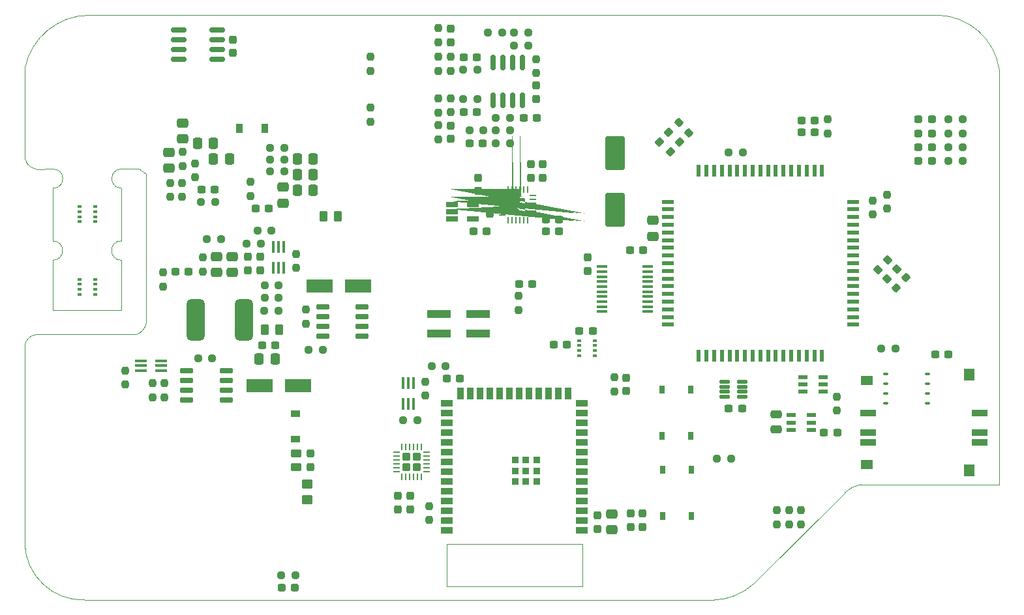
<source format=gbr>
%TF.GenerationSoftware,KiCad,Pcbnew,(6.0.9)*%
%TF.CreationDate,2022-11-23T17:03:00+02:00*%
%TF.ProjectId,Bird_detector_V1,42697264-5f64-4657-9465-63746f725f56,rev?*%
%TF.SameCoordinates,Original*%
%TF.FileFunction,Paste,Top*%
%TF.FilePolarity,Positive*%
%FSLAX46Y46*%
G04 Gerber Fmt 4.6, Leading zero omitted, Abs format (unit mm)*
G04 Created by KiCad (PCBNEW (6.0.9)) date 2022-11-23 17:03:00*
%MOMM*%
%LPD*%
G01*
G04 APERTURE LIST*
G04 Aperture macros list*
%AMRoundRect*
0 Rectangle with rounded corners*
0 $1 Rounding radius*
0 $2 $3 $4 $5 $6 $7 $8 $9 X,Y pos of 4 corners*
0 Add a 4 corners polygon primitive as box body*
4,1,4,$2,$3,$4,$5,$6,$7,$8,$9,$2,$3,0*
0 Add four circle primitives for the rounded corners*
1,1,$1+$1,$2,$3*
1,1,$1+$1,$4,$5*
1,1,$1+$1,$6,$7*
1,1,$1+$1,$8,$9*
0 Add four rect primitives between the rounded corners*
20,1,$1+$1,$2,$3,$4,$5,0*
20,1,$1+$1,$4,$5,$6,$7,0*
20,1,$1+$1,$6,$7,$8,$9,0*
20,1,$1+$1,$8,$9,$2,$3,0*%
%AMFreePoly0*
4,1,57,0.194009,0.449029,0.214144,0.449029,0.231583,0.438961,0.251037,0.433748,0.265277,0.419508,0.282717,0.409439,0.409439,0.282717,0.419508,0.265277,0.433748,0.251037,0.438960,0.231585,0.449030,0.214144,0.449030,0.194005,0.454242,0.174554,0.454242,-0.174554,0.449030,-0.194005,0.449030,-0.214144,0.438960,-0.231585,0.433748,-0.251037,0.419508,-0.265277,0.409439,-0.282717,
0.282717,-0.409439,0.265277,-0.419508,0.251037,-0.433748,0.231583,-0.438961,0.214144,-0.449029,0.194009,-0.449029,0.174554,-0.454242,-0.174554,-0.454242,-0.194005,-0.449030,-0.214144,-0.449030,-0.231585,-0.438960,-0.251037,-0.433748,-0.265277,-0.419508,-0.282717,-0.409439,-0.409439,-0.282717,-0.419508,-0.265277,-0.433748,-0.251037,-0.438961,-0.231583,-0.449029,-0.214144,-0.449029,-0.194009,
-0.454242,-0.174554,-0.454242,0.174554,-0.449029,0.194009,-0.449029,0.214144,-0.438961,0.231583,-0.433748,0.251037,-0.419508,0.265277,-0.409439,0.282717,-0.282717,0.409439,-0.265277,0.419508,-0.251037,0.433748,-0.231585,0.438960,-0.214144,0.449030,-0.194005,0.449030,-0.174554,0.454242,0.174554,0.454242,0.194009,0.449029,0.194009,0.449029,$1*%
G04 Aperture macros list end*
%TA.AperFunction,Profile*%
%ADD10C,0.100000*%
%TD*%
%TA.AperFunction,Profile*%
%ADD11C,0.120000*%
%TD*%
%ADD12RoundRect,0.237500X-0.237500X0.250000X-0.237500X-0.250000X0.237500X-0.250000X0.237500X0.250000X0*%
%ADD13RoundRect,0.150000X-0.725000X-0.150000X0.725000X-0.150000X0.725000X0.150000X-0.725000X0.150000X0*%
%ADD14RoundRect,0.250000X-0.275000X0.275000X-0.275000X-0.275000X0.275000X-0.275000X0.275000X0.275000X0*%
%ADD15RoundRect,0.062500X-0.062500X0.350000X-0.062500X-0.350000X0.062500X-0.350000X0.062500X0.350000X0*%
%ADD16RoundRect,0.062500X-0.350000X0.062500X-0.350000X-0.062500X0.350000X-0.062500X0.350000X0.062500X0*%
%ADD17RoundRect,0.150000X0.825000X0.150000X-0.825000X0.150000X-0.825000X-0.150000X0.825000X-0.150000X0*%
%ADD18RoundRect,0.237500X0.237500X-0.250000X0.237500X0.250000X-0.237500X0.250000X-0.237500X-0.250000X0*%
%ADD19RoundRect,0.237500X-0.300000X-0.237500X0.300000X-0.237500X0.300000X0.237500X-0.300000X0.237500X0*%
%ADD20RoundRect,0.237500X0.250000X0.237500X-0.250000X0.237500X-0.250000X-0.237500X0.250000X-0.237500X0*%
%ADD21RoundRect,0.237500X-0.237500X0.300000X-0.237500X-0.300000X0.237500X-0.300000X0.237500X0.300000X0*%
%ADD22RoundRect,0.237500X0.300000X0.237500X-0.300000X0.237500X-0.300000X-0.237500X0.300000X-0.237500X0*%
%ADD23R,1.500000X0.400000*%
%ADD24RoundRect,0.250000X0.450000X-0.262500X0.450000X0.262500X-0.450000X0.262500X-0.450000X-0.262500X0*%
%ADD25RoundRect,0.250000X1.000000X-1.950000X1.000000X1.950000X-1.000000X1.950000X-1.000000X-1.950000X0*%
%ADD26R,0.700000X1.000000*%
%ADD27RoundRect,0.250000X-0.337500X-0.475000X0.337500X-0.475000X0.337500X0.475000X-0.337500X0.475000X0*%
%ADD28R,1.600000X0.600000*%
%ADD29R,0.600000X1.600000*%
%ADD30RoundRect,0.237500X0.287500X0.237500X-0.287500X0.237500X-0.287500X-0.237500X0.287500X-0.237500X0*%
%ADD31R,0.400000X1.500000*%
%ADD32RoundRect,0.150000X-0.150000X0.825000X-0.150000X-0.825000X0.150000X-0.825000X0.150000X0.825000X0*%
%ADD33R,0.500000X0.350000*%
%ADD34RoundRect,0.250000X-0.475000X0.337500X-0.475000X-0.337500X0.475000X-0.337500X0.475000X0.337500X0*%
%ADD35RoundRect,0.237500X-0.250000X-0.237500X0.250000X-0.237500X0.250000X0.237500X-0.250000X0.237500X0*%
%ADD36RoundRect,0.250000X0.475000X-0.250000X0.475000X0.250000X-0.475000X0.250000X-0.475000X-0.250000X0*%
%ADD37R,0.900000X1.200000*%
%ADD38R,3.150000X1.000000*%
%ADD39RoundRect,0.125000X0.537500X0.125000X-0.537500X0.125000X-0.537500X-0.125000X0.537500X-0.125000X0*%
%ADD40RoundRect,0.250000X0.475000X-0.337500X0.475000X0.337500X-0.475000X0.337500X-0.475000X-0.337500X0*%
%ADD41RoundRect,0.237500X0.237500X-0.300000X0.237500X0.300000X-0.237500X0.300000X-0.237500X-0.300000X0*%
%ADD42RoundRect,0.237500X-0.237500X0.287500X-0.237500X-0.287500X0.237500X-0.287500X0.237500X0.287500X0*%
%ADD43R,1.560000X0.650000*%
%ADD44RoundRect,0.237500X0.237500X-0.287500X0.237500X0.287500X-0.237500X0.287500X-0.237500X-0.287500X0*%
%ADD45R,1.150000X0.600000*%
%ADD46RoundRect,0.100000X0.200000X0.100000X-0.200000X0.100000X-0.200000X-0.100000X0.200000X-0.100000X0*%
%ADD47RoundRect,0.250000X0.262500X0.450000X-0.262500X0.450000X-0.262500X-0.450000X0.262500X-0.450000X0*%
%ADD48R,1.500000X0.900000*%
%ADD49R,0.900000X1.500000*%
%ADD50R,0.900000X0.900000*%
%ADD51RoundRect,0.237500X0.380070X-0.044194X-0.044194X0.380070X-0.380070X0.044194X0.044194X-0.380070X0*%
%ADD52RoundRect,0.237500X0.344715X-0.008839X-0.008839X0.344715X-0.344715X0.008839X0.008839X-0.344715X0*%
%ADD53RoundRect,0.237500X0.044194X0.380070X-0.380070X-0.044194X-0.044194X-0.380070X0.380070X0.044194X0*%
%ADD54RoundRect,0.250000X0.337500X0.475000X-0.337500X0.475000X-0.337500X-0.475000X0.337500X-0.475000X0*%
%ADD55RoundRect,0.250000X-0.262500X-0.450000X0.262500X-0.450000X0.262500X0.450000X-0.262500X0.450000X0*%
%ADD56R,3.500000X1.800000*%
%ADD57RoundRect,0.600000X-0.600000X-2.100000X0.600000X-2.100000X0.600000X2.100000X-0.600000X2.100000X0*%
%ADD58R,1.475000X0.450000*%
%ADD59R,1.200000X0.900000*%
%ADD60RoundRect,0.237500X-0.008839X-0.344715X0.344715X0.008839X0.008839X0.344715X-0.344715X-0.008839X0*%
%ADD61RoundRect,0.150000X0.725000X0.150000X-0.725000X0.150000X-0.725000X-0.150000X0.725000X-0.150000X0*%
%ADD62FreePoly0,90.000000*%
%ADD63RoundRect,0.062500X0.062500X-0.325000X0.062500X0.325000X-0.062500X0.325000X-0.062500X-0.325000X0*%
%ADD64RoundRect,0.062500X0.325000X-0.062500X0.325000X0.062500X-0.325000X0.062500X-0.325000X-0.062500X0*%
%ADD65RoundRect,0.250000X-0.450000X0.350000X-0.450000X-0.350000X0.450000X-0.350000X0.450000X0.350000X0*%
%ADD66R,2.000000X0.900000*%
%ADD67R,1.500000X1.200000*%
%ADD68R,1.400000X1.500000*%
G04 APERTURE END LIST*
D10*
X186000000Y-136000000D02*
X198000000Y-124000000D01*
X91500000Y-69000000D02*
X91500000Y-80000000D01*
X95151800Y-91338400D02*
X95177200Y-84491200D01*
X146253200Y-130683000D02*
X163855400Y-130683000D01*
X163855400Y-130683000D02*
X163855400Y-136220200D01*
X163855400Y-136220200D02*
X146253200Y-136220200D01*
X146253200Y-136220200D02*
X146253200Y-130683000D01*
X107289600Y-82600800D02*
X107289600Y-102000000D01*
X104021800Y-91333000D02*
X104047200Y-84485800D01*
X91500000Y-80000000D02*
G75*
G03*
X93000000Y-82000000I1750000J-250000D01*
G01*
X100000000Y-61999995D02*
G75*
G03*
X91500000Y-69000000I-78860J-8564955D01*
G01*
X95168400Y-100333800D02*
X104038400Y-100333800D01*
X91500000Y-130750000D02*
G75*
G03*
X99250000Y-138000000I7563800J318200D01*
G01*
X95151800Y-93838400D02*
X95168400Y-100333800D01*
X200000005Y-123000022D02*
G75*
G03*
X198000000Y-124000000I865995J-4232078D01*
G01*
X218000000Y-123000000D02*
X218000000Y-69000000D01*
X93000000Y-103500000D02*
X106000000Y-103500000D01*
X106324400Y-81985800D02*
X107289600Y-82600800D01*
X181000000Y-138000013D02*
G75*
G03*
X186000000Y-136000000I-247500J7868713D01*
G01*
X104047200Y-81985800D02*
X106324400Y-81985800D01*
X99250000Y-138000000D02*
X181000000Y-138000000D01*
X104021800Y-93833000D02*
X104038400Y-100333800D01*
X91500000Y-130750000D02*
X91500000Y-105000000D01*
X105999998Y-103499995D02*
G75*
G03*
X107289600Y-102000000I-654198J1866795D01*
G01*
X93000000Y-82000000D02*
X95177200Y-81991200D01*
X218000000Y-123000000D02*
X200000000Y-123000000D01*
X218000023Y-68999996D02*
G75*
G03*
X210000000Y-62000000I-8171123J-1267004D01*
G01*
X210000000Y-62000000D02*
X100000000Y-62000000D01*
X93000000Y-103500000D02*
G75*
G03*
X91500000Y-105000000I143800J-1643800D01*
G01*
D11*
%TO.C,FID11*%
X95151800Y-93838400D02*
G75*
G03*
X95151800Y-91338400I0J1250000D01*
G01*
X104021800Y-91333000D02*
G75*
G03*
X104021800Y-93833000I0J-1250000D01*
G01*
%TO.C,FID12*%
X104047200Y-81985800D02*
G75*
G03*
X104047200Y-84485800I0J-1250000D01*
G01*
X95177200Y-84491200D02*
G75*
G03*
X95177200Y-81991200I0J1250000D01*
G01*
%TD*%
D12*
%TO.C,R115*%
X189153800Y-126339600D03*
X189153800Y-128164600D03*
%TD*%
%TO.C,R112*%
X190703200Y-128164600D03*
X190703200Y-126339600D03*
%TD*%
%TO.C,R111*%
X192227200Y-126339600D03*
X192227200Y-128164600D03*
%TD*%
D13*
%TO.C,Q11*%
X130165400Y-99921700D03*
X130165400Y-101191700D03*
X130165400Y-102461700D03*
X130165400Y-103731700D03*
X135315400Y-103731700D03*
X135315400Y-102461700D03*
X135315400Y-101191700D03*
X135315400Y-99921700D03*
%TD*%
D14*
%TO.C,U2*%
X141056600Y-119415800D03*
X142356600Y-119415800D03*
X141056600Y-120715800D03*
X142356600Y-120715800D03*
D15*
X142956600Y-118128300D03*
X142456600Y-118128300D03*
X141956600Y-118128300D03*
X141456600Y-118128300D03*
X140956600Y-118128300D03*
X140456600Y-118128300D03*
D16*
X139769100Y-118815800D03*
X139769100Y-119315800D03*
X139769100Y-119815800D03*
X139769100Y-120315800D03*
X139769100Y-120815800D03*
X139769100Y-121315800D03*
D15*
X140456600Y-122003300D03*
X140956600Y-122003300D03*
X141456600Y-122003300D03*
X141956600Y-122003300D03*
X142456600Y-122003300D03*
X142956600Y-122003300D03*
D16*
X143644100Y-121315800D03*
X143644100Y-120815800D03*
X143644100Y-120315800D03*
X143644100Y-119815800D03*
X143644100Y-119315800D03*
X143644100Y-118815800D03*
%TD*%
D17*
%TO.C,U4*%
X116447996Y-67741800D03*
X116447996Y-66471800D03*
X116447996Y-65201800D03*
X116447996Y-63931800D03*
X111497996Y-63931800D03*
X111497996Y-65201800D03*
X111497996Y-66471800D03*
X111497996Y-67741800D03*
%TD*%
D18*
%TO.C,R51*%
X145161000Y-69215000D03*
X145161000Y-67390000D03*
%TD*%
D19*
%TO.C,C43*%
X209703500Y-106045000D03*
X211428500Y-106045000D03*
%TD*%
D20*
%TO.C,R5*%
X213256500Y-77343000D03*
X211431500Y-77343000D03*
%TD*%
D21*
%TO.C,C32*%
X171704000Y-126772500D03*
X171704000Y-128497500D03*
%TD*%
D18*
%TO.C,R34*%
X143510000Y-111427900D03*
X143510000Y-109602900D03*
%TD*%
D12*
%TO.C,R44*%
X146812000Y-72771000D03*
X146812000Y-74596000D03*
%TD*%
D22*
%TO.C,C1*%
X196975900Y-116281200D03*
X195250900Y-116281200D03*
%TD*%
D23*
%TO.C,Q12*%
X106560000Y-106904000D03*
X106560000Y-107554000D03*
X106560000Y-108204000D03*
X109220000Y-108204000D03*
X109220000Y-107554000D03*
X109220000Y-106904000D03*
%TD*%
D24*
%TO.C,R78*%
X126720600Y-120775100D03*
X126720600Y-118950100D03*
%TD*%
D12*
%TO.C,R13*%
X201549000Y-86082500D03*
X201549000Y-87907500D03*
%TD*%
D25*
%TO.C,C2*%
X168148000Y-87291400D03*
X168148000Y-79891400D03*
%TD*%
D26*
%TO.C,SW2*%
X174324400Y-121053600D03*
X174324400Y-127053600D03*
X178024400Y-127053600D03*
X178024400Y-121053600D03*
%TD*%
D20*
%TO.C,R60*%
X204493500Y-105333800D03*
X202668500Y-105333800D03*
%TD*%
D22*
%TO.C,C50*%
X124052500Y-104902000D03*
X122327500Y-104902000D03*
%TD*%
D27*
%TO.C,C63*%
X113897500Y-78663800D03*
X115972500Y-78663800D03*
%TD*%
D20*
%TO.C,R103*%
X154479000Y-76962000D03*
X152654000Y-76962000D03*
%TD*%
D28*
%TO.C,U1*%
X174994800Y-86234000D03*
X174994800Y-87234000D03*
X174994800Y-88234000D03*
X174994800Y-89234000D03*
X174994800Y-90234000D03*
X174994800Y-91234000D03*
X174994800Y-92234000D03*
X174994800Y-93234000D03*
X174994800Y-94234000D03*
X174994800Y-95234000D03*
X174994800Y-96234000D03*
X174994800Y-97234000D03*
X174994800Y-98234000D03*
X174994800Y-99234000D03*
X174994800Y-100234000D03*
X174994800Y-101234000D03*
X174994800Y-102234000D03*
D29*
X178994800Y-106234000D03*
X179994800Y-106234000D03*
X180994800Y-106234000D03*
X181994800Y-106234000D03*
X182994800Y-106234000D03*
X183994800Y-106234000D03*
X184994800Y-106234000D03*
X185994800Y-106234000D03*
X186994800Y-106234000D03*
X187994800Y-106234000D03*
X188994800Y-106234000D03*
X189994800Y-106234000D03*
X190994800Y-106234000D03*
X191994800Y-106234000D03*
X192994800Y-106234000D03*
X193994800Y-106234000D03*
X194994800Y-106234000D03*
D28*
X198994800Y-102234000D03*
X198994800Y-101234000D03*
X198994800Y-100234000D03*
X198994800Y-99234000D03*
X198994800Y-98234000D03*
X198994800Y-97234000D03*
X198994800Y-96234000D03*
X198994800Y-95234000D03*
X198994800Y-94234000D03*
X198994800Y-93234000D03*
X198994800Y-92234000D03*
X198994800Y-91234000D03*
X198994800Y-90234000D03*
X198994800Y-89234000D03*
X198994800Y-88234000D03*
X198994800Y-87234000D03*
X198994800Y-86234000D03*
D29*
X194994800Y-82234000D03*
X193994800Y-82234000D03*
X192994800Y-82234000D03*
X191994800Y-82234000D03*
X190994800Y-82234000D03*
X189994800Y-82234000D03*
X188994800Y-82234000D03*
X187994800Y-82234000D03*
X186994800Y-82234000D03*
X185994800Y-82234000D03*
X184994800Y-82234000D03*
X183994800Y-82234000D03*
X182994800Y-82234000D03*
X181994800Y-82234000D03*
X180994800Y-82234000D03*
X179994800Y-82234000D03*
X178994800Y-82234000D03*
%TD*%
D30*
%TO.C,D3*%
X209282000Y-79171800D03*
X207532000Y-79171800D03*
%TD*%
D12*
%TO.C,R106*%
X109601000Y-109831500D03*
X109601000Y-111656500D03*
%TD*%
D31*
%TO.C,Q10*%
X123783500Y-94802000D03*
X124433500Y-94802000D03*
X125083500Y-94802000D03*
X125083500Y-92142000D03*
X124433500Y-92142000D03*
X123783500Y-92142000D03*
%TD*%
D32*
%TO.C,U7*%
X156083000Y-68137000D03*
X154813000Y-68137000D03*
X153543000Y-68137000D03*
X152273000Y-68137000D03*
X152273000Y-73087000D03*
X153543000Y-73087000D03*
X154813000Y-73087000D03*
X156083000Y-73087000D03*
%TD*%
D33*
%TO.C,U20*%
X100648200Y-96327000D03*
X100648200Y-96977000D03*
X100648200Y-97627000D03*
X100648200Y-98277000D03*
X98598200Y-98277000D03*
X98598200Y-97627000D03*
X98598200Y-96977000D03*
X98598200Y-96327000D03*
%TD*%
D34*
%TO.C,C46*%
X118413700Y-93348900D03*
X118413700Y-95423900D03*
%TD*%
D12*
%TO.C,R47*%
X145161000Y-76280000D03*
X145161000Y-78105000D03*
%TD*%
D20*
%TO.C,R43*%
X150264500Y-72898000D03*
X148439500Y-72898000D03*
%TD*%
D18*
%TO.C,R82*%
X114604800Y-95298900D03*
X114604800Y-93473900D03*
%TD*%
D34*
%TO.C,C20*%
X167690800Y-126800700D03*
X167690800Y-128875700D03*
%TD*%
D35*
%TO.C,R40*%
X140641700Y-114604800D03*
X142466700Y-114604800D03*
%TD*%
D12*
%TO.C,R84*%
X128016000Y-100255700D03*
X128016000Y-102080700D03*
%TD*%
D36*
%TO.C,C9*%
X189026800Y-115808800D03*
X189026800Y-113908800D03*
%TD*%
D12*
%TO.C,R104*%
X104521000Y-108180500D03*
X104521000Y-110005500D03*
%TD*%
%TO.C,R90*%
X112014000Y-79759800D03*
X112014000Y-81584800D03*
%TD*%
D37*
%TO.C,D6*%
X119330200Y-76682600D03*
X122630200Y-76682600D03*
%TD*%
D38*
%TO.C,J18*%
X150353000Y-103378000D03*
X145303000Y-103378000D03*
X150353000Y-100838000D03*
X145303000Y-100838000D03*
%TD*%
D39*
%TO.C,U13*%
X184652500Y-111592000D03*
X184652500Y-110942000D03*
X184652500Y-110292000D03*
X184652500Y-109642000D03*
X182377500Y-109642000D03*
X182377500Y-110292000D03*
X182377500Y-110942000D03*
X182377500Y-111592000D03*
%TD*%
D18*
%TO.C,R57*%
X145161000Y-65532000D03*
X145161000Y-63707000D03*
%TD*%
D21*
%TO.C,C22*%
X118491000Y-65177500D03*
X118491000Y-66902500D03*
%TD*%
D22*
%TO.C,C11*%
X171779100Y-92506800D03*
X170054100Y-92506800D03*
%TD*%
%TO.C,C70*%
X160883600Y-88596300D03*
X159158600Y-88596300D03*
%TD*%
%TO.C,C45*%
X112774900Y-95326200D03*
X111049900Y-95326200D03*
%TD*%
D20*
%TO.C,R71*%
X122120200Y-91694000D03*
X120295200Y-91694000D03*
%TD*%
D12*
%TO.C,R89*%
X113614200Y-81256500D03*
X113614200Y-83081500D03*
%TD*%
D40*
%TO.C,C65*%
X111988600Y-78075700D03*
X111988600Y-76000700D03*
%TD*%
D12*
%TO.C,R56*%
X136398000Y-67413500D03*
X136398000Y-69238500D03*
%TD*%
D35*
%TO.C,R48*%
X155043500Y-65913000D03*
X156868500Y-65913000D03*
%TD*%
D40*
%TO.C,C47*%
X116382800Y-95423900D03*
X116382800Y-93348900D03*
%TD*%
D41*
%TO.C,C72*%
X157200600Y-83108800D03*
X157200600Y-81383800D03*
%TD*%
D35*
%TO.C,R64*%
X124792100Y-134772400D03*
X126617100Y-134772400D03*
%TD*%
D30*
%TO.C,D14*%
X126579600Y-136423400D03*
X124829600Y-136423400D03*
%TD*%
D42*
%TO.C,D19*%
X169570400Y-109107000D03*
X169570400Y-110857000D03*
%TD*%
D20*
%TO.C,R17*%
X213256500Y-80924400D03*
X211431500Y-80924400D03*
%TD*%
D35*
%TO.C,R59*%
X149225000Y-76962000D03*
X151050000Y-76962000D03*
%TD*%
D20*
%TO.C,R52*%
X150264500Y-69088000D03*
X148439500Y-69088000D03*
%TD*%
D33*
%TO.C,U5*%
X165515400Y-104266800D03*
X165515400Y-104916800D03*
X165515400Y-105566800D03*
X165515400Y-106216800D03*
X163465400Y-106216800D03*
X163465400Y-105566800D03*
X163465400Y-104916800D03*
X163465400Y-104266800D03*
%TD*%
D20*
%TO.C,R7*%
X213256500Y-79146400D03*
X211431500Y-79146400D03*
%TD*%
D43*
%TO.C,U11*%
X146935200Y-86578400D03*
X146935200Y-87528400D03*
X146935200Y-88478400D03*
X149635200Y-88478400D03*
X149635200Y-86578400D03*
%TD*%
D12*
%TO.C,R30*%
X143992600Y-125782700D03*
X143992600Y-127607700D03*
%TD*%
D22*
%TO.C,C77*%
X161898500Y-104851200D03*
X160173500Y-104851200D03*
%TD*%
D20*
%TO.C,R6*%
X213256500Y-75539600D03*
X211431500Y-75539600D03*
%TD*%
%TO.C,R54*%
X154479000Y-78613000D03*
X152654000Y-78613000D03*
%TD*%
D30*
%TO.C,D2*%
X209282000Y-75539600D03*
X207532000Y-75539600D03*
%TD*%
D12*
%TO.C,R109*%
X155600400Y-98503100D03*
X155600400Y-100328100D03*
%TD*%
D18*
%TO.C,R98*%
X168046400Y-110894500D03*
X168046400Y-109069500D03*
%TD*%
D44*
%TO.C,D15*%
X120446800Y-95159800D03*
X120446800Y-93409800D03*
%TD*%
D19*
%TO.C,C66*%
X114428100Y-84632800D03*
X116153100Y-84632800D03*
%TD*%
D12*
%TO.C,R93*%
X109474000Y-95455100D03*
X109474000Y-97280100D03*
%TD*%
D20*
%TO.C,R73*%
X124457000Y-97129600D03*
X122632000Y-97129600D03*
%TD*%
D21*
%TO.C,C39*%
X151892000Y-86107100D03*
X151892000Y-87832100D03*
%TD*%
D20*
%TO.C,R69*%
X124406200Y-100431600D03*
X122581200Y-100431600D03*
%TD*%
D18*
%TO.C,R24*%
X195707000Y-77366500D03*
X195707000Y-75541500D03*
%TD*%
D45*
%TO.C,D5*%
X192502000Y-109032000D03*
X192502000Y-109982000D03*
X192502000Y-110932000D03*
X195102000Y-110932000D03*
X195102000Y-109982000D03*
X195102000Y-109032000D03*
%TD*%
D21*
%TO.C,C28*%
X157861000Y-71146500D03*
X157861000Y-72871500D03*
%TD*%
D41*
%TO.C,C55*%
X128574800Y-120699700D03*
X128574800Y-118974700D03*
%TD*%
D12*
%TO.C,R12*%
X203454000Y-85320500D03*
X203454000Y-87145500D03*
%TD*%
D22*
%TO.C,C61*%
X123163500Y-87122000D03*
X121438500Y-87122000D03*
%TD*%
D46*
%TO.C,U21*%
X208640000Y-112440800D03*
X208640000Y-111170800D03*
X208640000Y-109900800D03*
X208640000Y-108630800D03*
X203240000Y-108630800D03*
X203240000Y-109900800D03*
X203240000Y-111170800D03*
X203240000Y-112440800D03*
%TD*%
D18*
%TO.C,R53*%
X146812000Y-69238500D03*
X146812000Y-67413500D03*
%TD*%
D33*
%TO.C,U22*%
X100686984Y-86890784D03*
X100686984Y-87540784D03*
X100686984Y-88190784D03*
X100686984Y-88840784D03*
X98636984Y-88840784D03*
X98636984Y-88190784D03*
X98636984Y-87540784D03*
X98636984Y-86890784D03*
%TD*%
D22*
%TO.C,C12*%
X194056000Y-77216000D03*
X192331000Y-77216000D03*
%TD*%
D26*
%TO.C,SW1*%
X177922800Y-110639600D03*
X177922800Y-116639600D03*
X174222800Y-116639600D03*
X174222800Y-110639600D03*
%TD*%
D12*
%TO.C,R42*%
X145161000Y-72851000D03*
X145161000Y-74676000D03*
%TD*%
D35*
%TO.C,R50*%
X151614500Y-64262000D03*
X153439500Y-64262000D03*
%TD*%
D19*
%TO.C,C53*%
X182881100Y-113131600D03*
X184606100Y-113131600D03*
%TD*%
D47*
%TO.C,R81*%
X132103500Y-88138000D03*
X130278500Y-88138000D03*
%TD*%
D48*
%TO.C,U3*%
X163817000Y-128946800D03*
X163817000Y-127676800D03*
X163817000Y-126406800D03*
X163817000Y-125136800D03*
X163817000Y-123866800D03*
X163817000Y-122596800D03*
X163817000Y-121326800D03*
X163817000Y-120056800D03*
X163817000Y-118786800D03*
X163817000Y-117516800D03*
X163817000Y-116246800D03*
X163817000Y-114976800D03*
X163817000Y-113706800D03*
X163817000Y-112436800D03*
D49*
X162052000Y-111186800D03*
X160782000Y-111186800D03*
X159512000Y-111186800D03*
X158242000Y-111186800D03*
X156972000Y-111186800D03*
X155702000Y-111186800D03*
X154432000Y-111186800D03*
X153162000Y-111186800D03*
X151892000Y-111186800D03*
X150622000Y-111186800D03*
X149352000Y-111186800D03*
X148082000Y-111186800D03*
D48*
X146317000Y-112436800D03*
X146317000Y-113706800D03*
X146317000Y-114976800D03*
X146317000Y-116246800D03*
X146317000Y-117516800D03*
X146317000Y-118786800D03*
X146317000Y-120056800D03*
X146317000Y-121326800D03*
X146317000Y-122596800D03*
X146317000Y-123866800D03*
X146317000Y-125136800D03*
X146317000Y-126406800D03*
X146317000Y-127676800D03*
X146317000Y-128946800D03*
D50*
X155167000Y-122626800D03*
X157967000Y-121226800D03*
X156567000Y-122626800D03*
X155167000Y-121226800D03*
X156567000Y-119826800D03*
X157967000Y-122626800D03*
X155167000Y-119826800D03*
X157967000Y-119826800D03*
X156567000Y-121226800D03*
%TD*%
D51*
%TO.C,C15*%
X204724000Y-94996000D03*
X203504240Y-93776240D03*
%TD*%
D20*
%TO.C,R72*%
X124457000Y-98755200D03*
X122632000Y-98755200D03*
%TD*%
D52*
%TO.C,R23*%
X177734035Y-77277035D03*
X176443565Y-75986565D03*
%TD*%
D53*
%TO.C,C7*%
X176504880Y-78511120D03*
X175285120Y-79730880D03*
%TD*%
D35*
%TO.C,R102*%
X152654000Y-75311000D03*
X154479000Y-75311000D03*
%TD*%
D20*
%TO.C,R86*%
X125194700Y-79248000D03*
X123369700Y-79248000D03*
%TD*%
D54*
%TO.C,C49*%
X123973500Y-106680000D03*
X121898500Y-106680000D03*
%TD*%
D55*
%TO.C,R62*%
X122657400Y-102895400D03*
X124482400Y-102895400D03*
%TD*%
D41*
%TO.C,C42*%
X150317200Y-84834900D03*
X150317200Y-83109900D03*
%TD*%
D35*
%TO.C,R20*%
X182856500Y-79806800D03*
X184681500Y-79806800D03*
%TD*%
D27*
%TO.C,C59*%
X126851500Y-80695800D03*
X128926500Y-80695800D03*
%TD*%
D20*
%TO.C,R58*%
X156868500Y-64262000D03*
X155043500Y-64262000D03*
%TD*%
D21*
%TO.C,C23*%
X170180000Y-126772500D03*
X170180000Y-128497500D03*
%TD*%
D20*
%TO.C,R66*%
X115824000Y-106603800D03*
X113999000Y-106603800D03*
%TD*%
D35*
%TO.C,R75*%
X121718700Y-89966800D03*
X123543700Y-89966800D03*
%TD*%
D56*
%TO.C,D18*%
X126985400Y-110109000D03*
X121985400Y-110109000D03*
%TD*%
D19*
%TO.C,C69*%
X159158600Y-90120300D03*
X160883600Y-90120300D03*
%TD*%
D12*
%TO.C,R92*%
X111887000Y-83796500D03*
X111887000Y-85621500D03*
%TD*%
D57*
%TO.C,L1*%
X113712300Y-101573500D03*
X119912300Y-101573500D03*
%TD*%
D19*
%TO.C,C26*%
X163506300Y-102997000D03*
X165231300Y-102997000D03*
%TD*%
D30*
%TO.C,D1*%
X209282000Y-77343000D03*
X207532000Y-77343000D03*
%TD*%
D22*
%TO.C,C33*%
X150976500Y-78613000D03*
X149251500Y-78613000D03*
%TD*%
D58*
%TO.C,IC1*%
X166454600Y-94687200D03*
X166454600Y-95337200D03*
X166454600Y-95987200D03*
X166454600Y-96637200D03*
X166454600Y-97287200D03*
X166454600Y-97937200D03*
X166454600Y-98587200D03*
X166454600Y-99237200D03*
X166454600Y-99887200D03*
X166454600Y-100537200D03*
X172330600Y-100537200D03*
X172330600Y-99887200D03*
X172330600Y-99237200D03*
X172330600Y-98587200D03*
X172330600Y-97937200D03*
X172330600Y-97287200D03*
X172330600Y-96637200D03*
X172330600Y-95987200D03*
X172330600Y-95337200D03*
X172330600Y-94687200D03*
%TD*%
D59*
%TO.C,D13*%
X126619000Y-113793000D03*
X126619000Y-117093000D03*
%TD*%
D35*
%TO.C,R91*%
X114378100Y-86283800D03*
X116203100Y-86283800D03*
%TD*%
D19*
%TO.C,C29*%
X155652300Y-96977200D03*
X157377300Y-96977200D03*
%TD*%
D41*
%TO.C,C81*%
X164592000Y-95223500D03*
X164592000Y-93498500D03*
%TD*%
D35*
%TO.C,R88*%
X123344300Y-82296000D03*
X125169300Y-82296000D03*
%TD*%
D21*
%TO.C,C71*%
X158724600Y-81383800D03*
X158724600Y-83108800D03*
%TD*%
D34*
%TO.C,C64*%
X110236000Y-79836100D03*
X110236000Y-81911100D03*
%TD*%
D27*
%TO.C,C58*%
X126852600Y-82719200D03*
X128927600Y-82719200D03*
%TD*%
D12*
%TO.C,R87*%
X120777000Y-83669500D03*
X120777000Y-85494500D03*
%TD*%
D60*
%TO.C,R25*%
X204586765Y-97419235D03*
X205877235Y-96128765D03*
%TD*%
D19*
%TO.C,C79*%
X156236500Y-75311000D03*
X157961500Y-75311000D03*
%TD*%
D12*
%TO.C,R105*%
X108077000Y-109808000D03*
X108077000Y-111633000D03*
%TD*%
D18*
%TO.C,R55*%
X136398000Y-75842500D03*
X136398000Y-74017500D03*
%TD*%
%TO.C,R99*%
X110363000Y-85621500D03*
X110363000Y-83796500D03*
%TD*%
D45*
%TO.C,D7*%
X193578000Y-115885000D03*
X193578000Y-114935000D03*
X193578000Y-113985000D03*
X190978000Y-113985000D03*
X190978000Y-114935000D03*
X190978000Y-115885000D03*
%TD*%
D18*
%TO.C,R22*%
X196951600Y-113383700D03*
X196951600Y-111558700D03*
%TD*%
D21*
%TO.C,C21*%
X165862000Y-127026500D03*
X165862000Y-128751500D03*
%TD*%
D20*
%TO.C,R85*%
X125194700Y-80772000D03*
X123369700Y-80772000D03*
%TD*%
D22*
%TO.C,C73*%
X150214500Y-67437000D03*
X148489500Y-67437000D03*
%TD*%
D44*
%TO.C,D8*%
X141503400Y-126224000D03*
X141503400Y-124474000D03*
%TD*%
D54*
%TO.C,C62*%
X118055300Y-80721200D03*
X115980300Y-80721200D03*
%TD*%
D44*
%TO.C,D9*%
X139903200Y-126224000D03*
X139903200Y-124474000D03*
%TD*%
D51*
%TO.C,C14*%
X203454000Y-96266000D03*
X202234240Y-95046240D03*
%TD*%
D20*
%TO.C,R83*%
X130198500Y-105458900D03*
X128373500Y-105458900D03*
%TD*%
%TO.C,R41*%
X146124300Y-107645200D03*
X144299300Y-107645200D03*
%TD*%
D27*
%TO.C,C60*%
X126851500Y-84734400D03*
X128926500Y-84734400D03*
%TD*%
D20*
%TO.C,R65*%
X116990500Y-91059000D03*
X115165500Y-91059000D03*
%TD*%
D53*
%TO.C,C8*%
X175107880Y-77241120D03*
X173888120Y-78460880D03*
%TD*%
D41*
%TO.C,C30*%
X146812000Y-65505500D03*
X146812000Y-63780500D03*
%TD*%
D61*
%TO.C,Q8*%
X117687800Y-111988600D03*
X117687800Y-110718600D03*
X117687800Y-109448600D03*
X117687800Y-108178600D03*
X112537800Y-108178600D03*
X112537800Y-109448600D03*
X112537800Y-110718600D03*
X112537800Y-111988600D03*
%TD*%
D12*
%TO.C,R45*%
X157861000Y-67691000D03*
X157861000Y-69516000D03*
%TD*%
D56*
%TO.C,D10*%
X129797800Y-97155000D03*
X134797800Y-97155000D03*
%TD*%
D40*
%TO.C,C57*%
X124993400Y-86432300D03*
X124993400Y-84357300D03*
%TD*%
D20*
%TO.C,R27*%
X183157500Y-119634000D03*
X181332500Y-119634000D03*
%TD*%
D62*
%TO.C,U8*%
X155986300Y-87178800D03*
X155011300Y-87178800D03*
X155986300Y-86203800D03*
X155011300Y-86203800D03*
D63*
X154248800Y-88678800D03*
X154748800Y-88678800D03*
X155248800Y-88678800D03*
X155748800Y-88678800D03*
X156248800Y-88678800D03*
X156748800Y-88678800D03*
D64*
X157486300Y-87941300D03*
X157486300Y-87441300D03*
X157486300Y-86941300D03*
X157486300Y-86441300D03*
X157486300Y-85941300D03*
X157486300Y-85441300D03*
D63*
X156748800Y-84703800D03*
X156248800Y-84703800D03*
X155748800Y-84703800D03*
X155248800Y-84703800D03*
X154748800Y-84703800D03*
X154248800Y-84703800D03*
D64*
X153511300Y-85441300D03*
X153511300Y-85941300D03*
X153511300Y-86441300D03*
X153511300Y-86941300D03*
X153511300Y-87441300D03*
X153511300Y-87941300D03*
%TD*%
D12*
%TO.C,R74*%
X126746000Y-93042100D03*
X126746000Y-94867100D03*
%TD*%
D40*
%TO.C,C3*%
X173075600Y-90750300D03*
X173075600Y-88675300D03*
%TD*%
D21*
%TO.C,C27*%
X146812000Y-76353500D03*
X146812000Y-78078500D03*
%TD*%
D65*
%TO.C,FB2*%
X128143000Y-122926600D03*
X128143000Y-124926600D03*
%TD*%
D66*
%TO.C,J1*%
X201012400Y-117505000D03*
X201012400Y-116265000D03*
X201012400Y-113725000D03*
X215486400Y-117505000D03*
X215486400Y-116265000D03*
X215486400Y-113725000D03*
D67*
X200782400Y-120360000D03*
X200782400Y-109510000D03*
D68*
X214092400Y-121195000D03*
X214092400Y-108675000D03*
%TD*%
D19*
%TO.C,C41*%
X149759500Y-90120300D03*
X151484500Y-90120300D03*
%TD*%
D22*
%TO.C,C13*%
X194056000Y-75692000D03*
X192331000Y-75692000D03*
%TD*%
%TO.C,C68*%
X150214500Y-74549000D03*
X148489500Y-74549000D03*
%TD*%
D19*
%TO.C,C25*%
X146254300Y-109194600D03*
X147979300Y-109194600D03*
%TD*%
D44*
%TO.C,D16*%
X122045900Y-95173800D03*
X122045900Y-93423800D03*
%TD*%
D30*
%TO.C,D4*%
X209282000Y-80949800D03*
X207532000Y-80949800D03*
%TD*%
D31*
%TO.C,Q6*%
X140624800Y-112480400D03*
X141274800Y-112480400D03*
X141924800Y-112480400D03*
X141924800Y-109820400D03*
X141274800Y-109820400D03*
X140624800Y-109820400D03*
%TD*%
M02*

</source>
